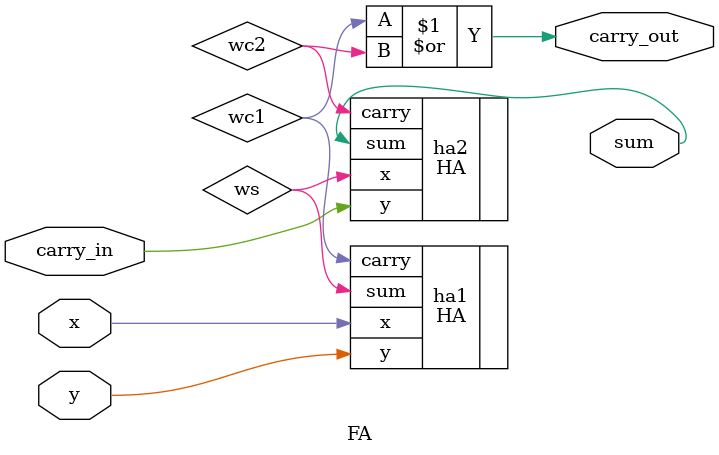
<source format=sv>
`include "HA.sv"

module FA (
    input		x,			// 
    input		y,			// 
    input		carry_in,		// 
    output		sum,		// 
    output		carry_out		// 
);
    wire ws, wc1, wc2;

    HA ha1 (
        .x(x),
        .y(y),
        .sum(ws),
        .carry(wc1)
    );
    HA ha2 (
        .x(ws),
        .y(carry_in),
        .sum(sum),
        .carry(wc2)
    );
    assign carry_out = wc1 | wc2;
    
endmodule
</source>
